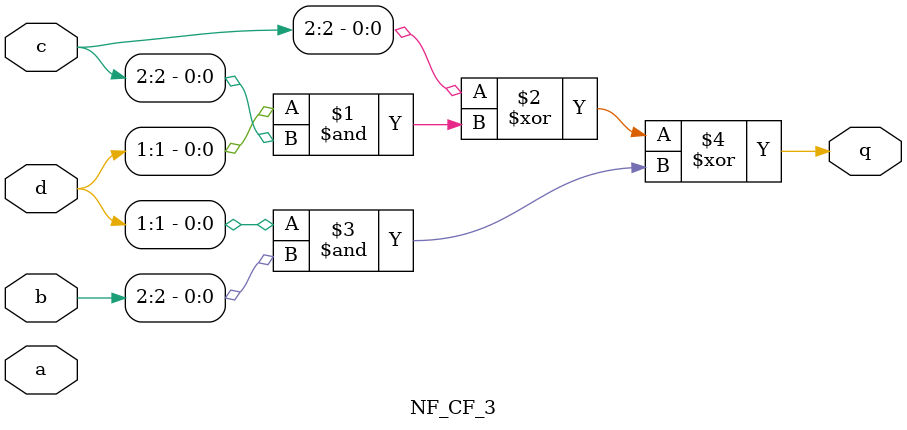
<source format=v>
/*
* -----------------------------------------------------------------
* COMPANY : Ruhr University Bochum
* AUTHOR  : Amir Moradi amir.moradi@rub.de Aein Rezaei Shahmirzadi aein.rezaeishahmirzadi@rub.de
* DOCUMENT: "Second-Order SCA Security with almost no Fresh Randomness" TCHES 2021, Issue 3
* -----------------------------------------------------------------
*
* Copyright c 2021, Amir Moradi, Aein Rezaei Shahmirzadi
*
* All rights reserved.
*
* THIS SOFTWARE IS PROVIDED BY THE COPYRIGHT HOLDERS AND CONTRIBUTORS "AS IS" AND
* ANY EXPRESS OR IMPLIED WARRANTIES, INCLUDING, BUT NOT LIMITED TO, THE IMPLIED
* WARRANTIES OF MERCHANTABILITY AND FITNESS FOR A PARTICULAR PURPOSE ARE
* DISCLAIMED. IN NO EVENT SHALL THE COPYRIGHT HOLDER OR CONTRIBUTERS BE LIABLE FOR ANY
* DIRECT, INDIRECT, INCIDENTAL, SPECIAL, EXEMPLARY, OR CONSEQUENTIAL DAMAGES
* INCLUDING, BUT NOT LIMITED TO, PROCUREMENT OF SUBSTITUTE GOODS OR SERVICES;
* LOSS OF USE, DATA, OR PROFITS; OR BUSINESS INTERRUPTION HOWEVER CAUSED AND
* ON ANY THEORY OF LIABILITY, WHETHER IN CONTRACT, STRICT LIABILITY, OR TORT
* INCLUDING NEGLIGENCE OR OTHERWISE ARISING IN ANY WAY OUT OF THE USE OF THIS
* SOFTWARE, EVEN IF ADVISED OF THE POSSIBILITY OF SUCH DAMAGE.
*
* Please see LICENSE and README for license and further instructions.
*/

module NF_CF_3(
    input [3:1] a,
    input [3:1] b,
    input [3:1] c,
    input [3:1] d,
    output q 
	 );
	 
	parameter num = 1;
	 
	generate

		if(num==0) begin
			assign q = a[1] ^ (d[1]&c[1]) ^ (d[1]&b[1]);
		end
		if(num==1) begin
			assign q = c[2] ^ (d[1]&c[2]) ^ (d[1]&b[2]);
		end
		if(num==2) begin
			assign q = c[3] ^ b[3] ^ (d[1]&c[3]) ^ (d[1]&b[3]);
		end
		if(num==3) begin
			assign q = a[2] ^ b[1] ^ (d[2]&c[1]) ^ (d[2]&b[1]);
		end
		if(num==4) begin
			assign q = (d[2]&c[2]) ^ (d[2]&b[2]);
		end
		if(num==5) begin
			assign q = c[3] ^ b[3] ^ (d[2]&c[3]) ^ (d[2]&b[3]);
		end
		if(num==6) begin
			assign q = a[3] ^ d[3] ^ (d[3]&c[1]) ^ (d[3]&b[1]);
		end
		if(num==7) begin
			assign q = c[2] ^ b[2] ^ (d[3]&c[2]) ^ (d[3]&b[2]);
		end
		if(num==8) begin
			assign q = d[3] ^ b[3] ^ (d[3]&c[3]) ^ (d[3]&b[3]);
		end
		if(num==9) begin
			assign q = 1'b1 ^ a[1] ^ d[1] ^ b[1] ^ (d[1]&b[1]);
		end
		if(num==10) begin
			assign q = d[1] ^ c[2] ^ (d[1]&b[2]);
		end
		if(num==11) begin
			assign q = (d[1]&b[3]);
		end
		if(num==12) begin
			assign q = a[2] ^ c[1] ^ (d[2]&b[1]);
		end
		if(num==13) begin
			assign q = (d[2]&b[2]);
		end
		if(num==14) begin
			assign q = b[3] ^ (d[2]&b[3]);
		end
		if(num==15) begin
			assign q = a[3] ^ b[1] ^ (d[3]&b[1]);
		end
		if(num==16) begin
			assign q = (d[3]&b[2]);
		end
		if(num==17) begin
			assign q = b[3] ^ c[3] ^ (d[3]&b[3]);
		end
		if(num==18) begin
			assign q = c[1] ^ (d[1]&c[1]);
		end
		if(num==19) begin
			assign q = (d[1]&c[2]);
		end
		if(num==20) begin
			assign q = d[1] ^ c[3] ^ b[3] ^ (d[1]&c[3]);
		end
		if(num==21) begin
			assign q = (d[2]&c[1]);
		end
		if(num==22) begin
			assign q = c[2] ^ b[2] ^ (d[2]&c[2]);
		end
		if(num==23) begin
			assign q = d[2] ^ c[3] ^ (d[2]&c[3]);
		end
		if(num==24) begin
			assign q = d[3] ^ c[1] ^ b[1] ^ (d[3]&c[1]);
		end
		if(num==25) begin
			assign q = d[3] ^ c[2] ^ (d[3]&c[2]);
		end
		if(num==26) begin
			assign q = d[3] ^ (d[3]&c[3]);
		end


	endgenerate


endmodule

</source>
